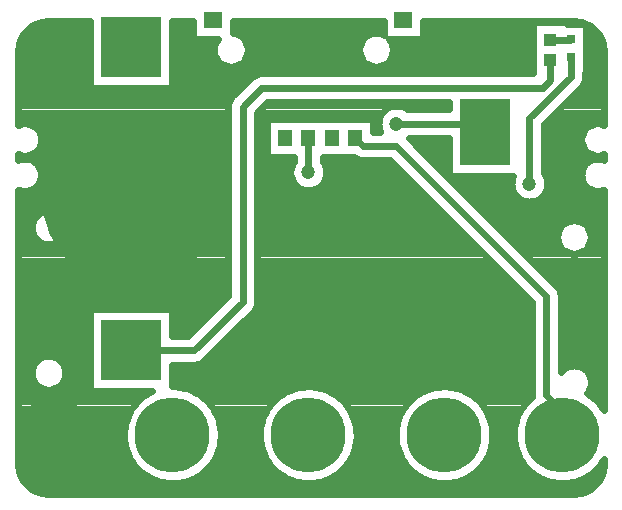
<source format=gbr>
G04 DipTrace 3.3.1.1*
G04 Top.gbr*
%MOIN*%
G04 #@! TF.FileFunction,Copper,L1,Top*
G04 #@! TF.Part,Single*
G04 #@! TA.AperFunction,CopperBalancing*
%ADD14C,0.023622*%
%ADD16R,0.031496X0.031496*%
G04 #@! TA.AperFunction,ComponentPad*
%ADD17C,0.25*%
%ADD19R,0.200787X0.200787*%
%ADD20C,0.590551*%
%ADD24R,0.169291X0.224409*%
%ADD25R,0.03937X0.043307*%
%ADD31R,0.059055X0.055118*%
%ADD32R,0.047244X0.055118*%
G04 #@! TA.AperFunction,ViaPad*
%ADD33C,0.047244*%
%FSLAX26Y26*%
G04*
G70*
G90*
G75*
G01*
G04 Top*
%LPD*%
X2244094Y629923D2*
D14*
Y708466D1*
X2191388Y761172D1*
Y1092421D1*
X1691387Y1592423D1*
X1580807D1*
X1555118Y1618112D1*
X1397638Y1504923D2*
Y1618112D1*
X1691387Y1667423D2*
X1960531D1*
X1988189Y1639765D1*
X2272638Y1889618D2*
Y1823672D1*
X2135138Y1686172D1*
Y1467423D1*
X2203887Y1946852D2*
X2270818D1*
X2272638Y1948673D1*
X2203887Y1879923D2*
Y1811172D1*
X2178887Y1786172D1*
X1241386D1*
X1178887Y1723673D1*
Y1073671D1*
X1016388Y911172D1*
X910138D1*
X907923Y913387D1*
X807081D1*
D33*
X1397638Y1504923D3*
X1691387Y1667423D3*
X2135138Y1467423D3*
X471232Y1985959D2*
D14*
X667925D1*
X946194D2*
X1012449D1*
X1148976D2*
X1646307D1*
X1782835D2*
X2145457D1*
X2327126D2*
X2343717D1*
X449988Y1962469D2*
X667925D1*
X946194D2*
X1012449D1*
X1169215D2*
X1594563D1*
X1782835D2*
X2145457D1*
X2327126D2*
X2364996D1*
X439115Y1938978D2*
X667925D1*
X946194D2*
X1087518D1*
X1192001D2*
X1571776D1*
X1676259D2*
X2145457D1*
X2327126D2*
X2375833D1*
X434988Y1915487D2*
X667925D1*
X946194D2*
X1081383D1*
X1198138D2*
X1565640D1*
X1682395D2*
X2145457D1*
X2327126D2*
X2379996D1*
X433877Y1891996D2*
X667925D1*
X946194D2*
X1085581D1*
X1193940D2*
X1569839D1*
X1678197D2*
X2145457D1*
X2327126D2*
X2381108D1*
X433877Y1868505D2*
X667925D1*
X946194D2*
X1103811D1*
X1175710D2*
X1588067D1*
X1659967D2*
X2145457D1*
X2327126D2*
X2381108D1*
X433877Y1845014D2*
X667925D1*
X946194D2*
X2145457D1*
X2327126D2*
X2381108D1*
X433877Y1821524D2*
X667925D1*
X946194D2*
X1206260D1*
X2323143D2*
X2381108D1*
X433877Y1798033D2*
X667925D1*
X946194D2*
X1182719D1*
X2315786D2*
X2381108D1*
X433877Y1774542D2*
X1159252D1*
X2294005D2*
X2381108D1*
X433877Y1751051D2*
X1136860D1*
X2270537D2*
X2381108D1*
X433877Y1727560D2*
X1128499D1*
X1253291D2*
X1864806D1*
X2247033D2*
X2381108D1*
X433877Y1704070D2*
X1128319D1*
X1229787D2*
X1641535D1*
X2223564D2*
X2381108D1*
X433877Y1680579D2*
X857932D1*
X913719D2*
X1128319D1*
X1229429D2*
X1256534D1*
X1617480D2*
X1630483D1*
X2200060D2*
X2381108D1*
X488062Y1657088D2*
X834033D1*
X937618D2*
X1128319D1*
X1229429D2*
X1256534D1*
X1617480D2*
X1629908D1*
X2185706D2*
X2326923D1*
X505609Y1633597D2*
X827466D1*
X944185D2*
X1128319D1*
X1229429D2*
X1256534D1*
X2185706D2*
X2309340D1*
X509054Y1610106D2*
X831306D1*
X940345D2*
X1128319D1*
X1229429D2*
X1256534D1*
X1744223D2*
X1864806D1*
X2185706D2*
X2305895D1*
X501661Y1586615D2*
X848781D1*
X922870D2*
X1128319D1*
X1229429D2*
X1256534D1*
X1767692D2*
X1864806D1*
X2185706D2*
X2313287D1*
X473026Y1563125D2*
X1128319D1*
X1229429D2*
X1256534D1*
X1791196D2*
X1864806D1*
X2185706D2*
X2341958D1*
X487164Y1539634D2*
X1128319D1*
X1229429D2*
X1346352D1*
X1448932D2*
X1673651D1*
X1814699D2*
X1864806D1*
X2185706D2*
X2327783D1*
X505357Y1516143D2*
X1128319D1*
X1229429D2*
X1336340D1*
X1458944D2*
X1697155D1*
X1838168D2*
X1864806D1*
X2185706D2*
X2309627D1*
X509089Y1492652D2*
X1128319D1*
X1229429D2*
X1336555D1*
X1458728D2*
X1720660D1*
X2191950D2*
X2305858D1*
X502056Y1469161D2*
X1128319D1*
X1229429D2*
X1347105D1*
X1448178D2*
X1744127D1*
X1885176D2*
X2072791D1*
X2197476D2*
X2312928D1*
X474785Y1445671D2*
X1128319D1*
X1229429D2*
X1385824D1*
X1409459D2*
X1767633D1*
X1908644D2*
X2076846D1*
X2193421D2*
X2340164D1*
X433877Y1422180D2*
X1128319D1*
X1229429D2*
X1791100D1*
X1932148D2*
X2093353D1*
X2176915D2*
X2381108D1*
X433877Y1398689D2*
X1128319D1*
X1229429D2*
X1814605D1*
X1955617D2*
X2381108D1*
X433877Y1375198D2*
X515310D1*
X547701D2*
X1128319D1*
X1229429D2*
X1838109D1*
X1979121D2*
X2381108D1*
X433877Y1351707D2*
X482332D1*
X580678D2*
X1128319D1*
X1229429D2*
X1861576D1*
X2002625D2*
X2381108D1*
X433877Y1328217D2*
X473541D1*
X589434D2*
X1128319D1*
X1229429D2*
X1885081D1*
X2026093D2*
X2240693D1*
X2326265D2*
X2381108D1*
X433877Y1304726D2*
X475442D1*
X587533D2*
X1128319D1*
X1229429D2*
X1908585D1*
X2049597D2*
X2227201D1*
X2339757D2*
X2381108D1*
X433877Y1281235D2*
X489474D1*
X573501D2*
X1128319D1*
X1229429D2*
X1932054D1*
X2073102D2*
X2225622D1*
X2341301D2*
X2381108D1*
X433877Y1257744D2*
X1128319D1*
X1229429D2*
X1955558D1*
X2096570D2*
X2234808D1*
X2332114D2*
X2381108D1*
X433877Y1234253D2*
X1128319D1*
X1229429D2*
X1979062D1*
X2120073D2*
X2270836D1*
X2296087D2*
X2381108D1*
X433877Y1210762D2*
X1128319D1*
X1229429D2*
X2002530D1*
X2143542D2*
X2381108D1*
X433877Y1187272D2*
X1128319D1*
X1229429D2*
X2026034D1*
X2167046D2*
X2381108D1*
X433877Y1163781D2*
X1128319D1*
X1229429D2*
X2049503D1*
X2190551D2*
X2381108D1*
X433877Y1140290D2*
X1128319D1*
X1229429D2*
X2073007D1*
X2214018D2*
X2381108D1*
X433877Y1116799D2*
X1128319D1*
X1229429D2*
X2096510D1*
X2235335D2*
X2381108D1*
X433877Y1093308D2*
X1127996D1*
X1229429D2*
X2119979D1*
X2241937D2*
X2381108D1*
X433877Y1069818D2*
X1104528D1*
X1229285D2*
X2140828D1*
X2241937D2*
X2381108D1*
X433877Y1046327D2*
X667925D1*
X946194D2*
X1081024D1*
X1220924D2*
X2140828D1*
X2241937D2*
X2381108D1*
X433877Y1022836D2*
X667925D1*
X946194D2*
X1057555D1*
X1198568D2*
X2140828D1*
X2241937D2*
X2381108D1*
X433877Y999345D2*
X667925D1*
X946194D2*
X1034051D1*
X1175064D2*
X2140828D1*
X2241937D2*
X2381108D1*
X433877Y975854D2*
X667925D1*
X946194D2*
X1010547D1*
X1151596D2*
X2140828D1*
X2241937D2*
X2381108D1*
X433877Y952364D2*
X667925D1*
X1128092D2*
X2140828D1*
X2241937D2*
X2381108D1*
X433877Y928873D2*
X667925D1*
X1104588D2*
X2140828D1*
X2241937D2*
X2381108D1*
X433877Y905382D2*
X667925D1*
X1081119D2*
X2140828D1*
X2241937D2*
X2381108D1*
X433877Y881891D2*
X496076D1*
X566934D2*
X667925D1*
X1057615D2*
X2140828D1*
X2241937D2*
X2381108D1*
X433877Y858400D2*
X477488D1*
X585522D2*
X667925D1*
X946194D2*
X2140828D1*
X2241937D2*
X2263659D1*
X2303262D2*
X2381108D1*
X433877Y834909D2*
X473110D1*
X589900D2*
X667925D1*
X946194D2*
X2140828D1*
X2333333D2*
X2381108D1*
X433877Y811419D2*
X479067D1*
X583944D2*
X667925D1*
X946194D2*
X2140828D1*
X2341551D2*
X2381108D1*
X433877Y787928D2*
X501350D1*
X561660D2*
X667925D1*
X980070D2*
X1362463D1*
X1432820D2*
X1815214D1*
X1885571D2*
X2140828D1*
X2339182D2*
X2381108D1*
X433877Y764437D2*
X853374D1*
X1036408D2*
X1306126D1*
X1489159D2*
X1758877D1*
X1941909D2*
X2140828D1*
X2335594D2*
X2381108D1*
X433877Y740946D2*
X825385D1*
X1064361D2*
X1278172D1*
X1517112D2*
X1730923D1*
X1969864D2*
X2124608D1*
X2363584D2*
X2381108D1*
X433877Y717455D2*
X806941D1*
X1082806D2*
X1259692D1*
X1535592D2*
X1712442D1*
X1988344D2*
X2106163D1*
X433877Y693965D2*
X794381D1*
X1095365D2*
X1247131D1*
X1548115D2*
X1699919D1*
X2000867D2*
X2093604D1*
X433877Y670474D2*
X786307D1*
X1103440D2*
X1239058D1*
X1556190D2*
X1691845D1*
X2008941D2*
X2085530D1*
X433877Y646983D2*
X782037D1*
X1107710D2*
X1234787D1*
X1560461D2*
X1687575D1*
X2013247D2*
X2081260D1*
X433877Y623492D2*
X781283D1*
X1108499D2*
X1234034D1*
X1561249D2*
X1686785D1*
X2014000D2*
X2080470D1*
X433877Y600001D2*
X783938D1*
X1105807D2*
X1236689D1*
X1558594D2*
X1689441D1*
X2011345D2*
X2083161D1*
X433877Y576510D2*
X790255D1*
X1099528D2*
X1243005D1*
X1552278D2*
X1695756D1*
X2005029D2*
X2089441D1*
X433877Y553020D2*
X800661D1*
X1089122D2*
X1253412D1*
X1541873D2*
X1706163D1*
X1994623D2*
X2099848D1*
X434450Y529529D2*
X816163D1*
X1073584D2*
X1268913D1*
X1526335D2*
X1721701D1*
X1979121D2*
X2115386D1*
X437537Y506038D2*
X839093D1*
X1050654D2*
X1291844D1*
X1503404D2*
X1744630D1*
X1956192D2*
X2138315D1*
X2349877D2*
X2377412D1*
X447189Y482547D2*
X876772D1*
X1013010D2*
X1329522D1*
X1465762D2*
X1782273D1*
X1918513D2*
X2175993D1*
X2312198D2*
X2367795D1*
X465921Y459056D2*
X2349028D1*
X507223Y435566D2*
X2307724D1*
X2259949Y2000798D2*
X2321167D1*
X2309260Y2005727D1*
X2280997Y2009448D1*
X1780496Y2009449D1*
X1780472Y1947875D1*
X1668192D1*
X1671818Y1942680D1*
X1675811Y1934841D1*
X1678530Y1926475D1*
X1679906Y1917786D1*
Y1908988D1*
X1678530Y1900299D1*
X1675811Y1891933D1*
X1671818Y1884094D1*
X1666647Y1876978D1*
X1660425Y1870756D1*
X1653308Y1865585D1*
X1645470Y1861592D1*
X1637104Y1858873D1*
X1628415Y1857497D1*
X1619617D1*
X1610928Y1858873D1*
X1602562Y1861592D1*
X1594723Y1865585D1*
X1587606Y1870756D1*
X1581385Y1876978D1*
X1576214Y1884094D1*
X1572220Y1891933D1*
X1569501Y1900299D1*
X1568126Y1908988D1*
Y1917786D1*
X1569501Y1926475D1*
X1572220Y1934841D1*
X1576214Y1942680D1*
X1581385Y1949797D1*
X1587606Y1956018D1*
X1594723Y1961189D1*
X1602562Y1965182D1*
X1610928Y1967902D1*
X1619617Y1969277D1*
X1628415D1*
X1637104Y1967902D1*
X1645470Y1965182D1*
X1648672Y1963707D1*
X1648661Y2009416D1*
X1146638Y2009450D1*
X1146614Y1969066D1*
X1152852Y1967902D1*
X1161218Y1965182D1*
X1169056Y1961189D1*
X1176173Y1956018D1*
X1182395Y1949797D1*
X1187566Y1942680D1*
X1191559Y1934841D1*
X1194278Y1926475D1*
X1195654Y1917786D1*
Y1908988D1*
X1194278Y1900299D1*
X1191559Y1891933D1*
X1187566Y1884094D1*
X1182395Y1876978D1*
X1176173Y1870756D1*
X1169056Y1865585D1*
X1161218Y1861592D1*
X1152852Y1858873D1*
X1144163Y1857497D1*
X1135365D1*
X1126676Y1858873D1*
X1118310Y1861592D1*
X1110471Y1865585D1*
X1103354Y1870756D1*
X1097133Y1876978D1*
X1091962Y1884094D1*
X1087969Y1891933D1*
X1085249Y1900299D1*
X1083874Y1908988D1*
Y1917786D1*
X1085249Y1926475D1*
X1087969Y1934841D1*
X1091962Y1942680D1*
X1095610Y1947866D1*
X1014803Y1947875D1*
Y2009416D1*
X943820Y2009450D1*
X943848Y1784490D1*
X670304D1*
Y2009448D1*
X533976Y2009450D1*
X505698Y2005728D1*
X481657Y1995769D1*
X461013Y1979928D1*
X445176Y1959285D1*
X435218Y1935244D1*
X431499Y1906982D1*
X431497Y1663913D1*
X440127Y1666774D1*
X448512Y1668102D1*
X457000D1*
X465385Y1666774D1*
X473457Y1664151D1*
X481020Y1660298D1*
X487887Y1655308D1*
X493890Y1649306D1*
X498879Y1642438D1*
X502732Y1634875D1*
X505356Y1626803D1*
X506684Y1618419D1*
Y1609930D1*
X505356Y1601546D1*
X502732Y1593474D1*
X498879Y1585911D1*
X493890Y1579043D1*
X487887Y1573041D1*
X481020Y1568051D1*
X473457Y1564198D1*
X465385Y1561575D1*
X457000Y1560247D1*
X448512D1*
X440127Y1561575D1*
X432055Y1564198D1*
X431497Y1564455D1*
Y1545783D1*
X436039Y1547512D1*
X444294Y1549493D1*
X452756Y1550159D1*
X461218Y1549493D1*
X469472Y1547512D1*
X477314Y1544262D1*
X484552Y1539828D1*
X491007Y1534315D1*
X496520Y1527861D1*
X500954Y1520622D1*
X504203Y1512781D1*
X506185Y1504526D1*
X506850Y1496064D1*
X506185Y1487602D1*
X504203Y1479348D1*
X500954Y1471507D1*
X496520Y1464268D1*
X491007Y1457814D1*
X484552Y1452301D1*
X477314Y1447866D1*
X469472Y1444617D1*
X461218Y1442635D1*
X452756Y1441970D1*
X444294Y1442635D1*
X436039Y1444617D1*
X431497Y1446345D1*
X431496Y533991D1*
X435219Y505699D1*
X445177Y481659D1*
X461018Y461016D1*
X481663Y445176D1*
X505703Y435218D1*
X533965Y431499D1*
X2280984Y431497D1*
X2309262Y435220D1*
X2333303Y445178D1*
X2353946Y461020D1*
X2369786Y481663D1*
X2379743Y505703D1*
X2383465Y533965D1*
X2383466Y548593D1*
X2374856Y535348D1*
X2369262Y528062D1*
X2363265Y521105D1*
X2356881Y514501D1*
X2350131Y508272D1*
X2343038Y502436D1*
X2335625Y497013D1*
X2327915Y492021D1*
X2319933Y487475D1*
X2311706Y483391D1*
X2303260Y479782D1*
X2294622Y476659D1*
X2285820Y474033D1*
X2276885Y471911D1*
X2267841Y470302D1*
X2258722Y469209D1*
X2249554Y468636D1*
X2240369Y468588D1*
X2231196Y469060D1*
X2222064Y470055D1*
X2213005Y471568D1*
X2204046Y473593D1*
X2195217Y476125D1*
X2186546Y479155D1*
X2178062Y482673D1*
X2169790Y486668D1*
X2161761Y491127D1*
X2153997Y496037D1*
X2146526Y501379D1*
X2139371Y507139D1*
X2132555Y513295D1*
X2126100Y519831D1*
X2120028Y526722D1*
X2114357Y533948D1*
X2109108Y541484D1*
X2104294Y549308D1*
X2099934Y557392D1*
X2096041Y565711D1*
X2092627Y574239D1*
X2089705Y582946D1*
X2087282Y591806D1*
X2085367Y600790D1*
X2083967Y609867D1*
X2083085Y619010D1*
X2082726Y628188D1*
X2082888Y637371D1*
X2083573Y646531D1*
X2084778Y655636D1*
X2086500Y664660D1*
X2088731Y673570D1*
X2091466Y682339D1*
X2094696Y690937D1*
X2098408Y699337D1*
X2102594Y707514D1*
X2107238Y715438D1*
X2112324Y723087D1*
X2117839Y730433D1*
X2123761Y737453D1*
X2130073Y744125D1*
X2136756Y750427D1*
X2143484Y756084D1*
X2143199Y761172D1*
Y1072467D1*
X1671428Y1544232D1*
X1577026Y1544382D1*
X1569558Y1545564D1*
X1562366Y1547902D1*
X1555629Y1551335D1*
X1550814Y1554175D1*
X1445843D1*
X1445827Y1540638D1*
X1448797Y1536273D1*
X1453071Y1527883D1*
X1455980Y1518929D1*
X1457453Y1509630D1*
Y1500215D1*
X1455980Y1490916D1*
X1453071Y1481962D1*
X1448797Y1473572D1*
X1443262Y1465955D1*
X1436605Y1459298D1*
X1428988Y1453764D1*
X1420598Y1449490D1*
X1411644Y1446580D1*
X1402345Y1445108D1*
X1392930D1*
X1383631Y1446580D1*
X1374677Y1449490D1*
X1366287Y1453764D1*
X1358671Y1459298D1*
X1352013Y1465955D1*
X1346479Y1473572D1*
X1342205Y1481962D1*
X1339295Y1490916D1*
X1337823Y1500215D1*
Y1509630D1*
X1339295Y1518929D1*
X1342205Y1527883D1*
X1346479Y1536273D1*
X1349450Y1540638D1*
X1349449Y1554192D1*
X1258898Y1554175D1*
Y1682049D1*
X1615118D1*
Y1640602D1*
X1637684Y1640612D1*
X1634324Y1648882D1*
X1632126Y1658037D1*
X1631387Y1667423D1*
X1632126Y1676808D1*
X1634324Y1685963D1*
X1637927Y1694661D1*
X1642846Y1702690D1*
X1648961Y1709849D1*
X1656119Y1715963D1*
X1664148Y1720883D1*
X1672846Y1724486D1*
X1682001Y1726684D1*
X1691387Y1727423D1*
X1700773Y1726684D1*
X1709928Y1724486D1*
X1718626Y1720883D1*
X1726655Y1715963D1*
X1727102Y1715610D1*
X1867184Y1715612D1*
X1867165Y1737958D1*
X1261365Y1737983D1*
X1227072Y1703709D1*
X1226928Y1069890D1*
X1225744Y1062421D1*
X1223408Y1055230D1*
X1219975Y1048492D1*
X1215530Y1042374D1*
X1193475Y1020109D1*
X1047685Y874529D1*
X1041567Y870084D1*
X1034829Y866651D1*
X1027638Y864315D1*
X1020169Y863131D1*
X988829Y862983D1*
X943866D1*
X943848Y791325D1*
X956051Y790913D1*
X965192Y790017D1*
X974268Y788602D1*
X983248Y786673D1*
X992104Y784238D1*
X1000807Y781301D1*
X1009329Y777874D1*
X1017642Y773967D1*
X1025719Y769594D1*
X1033534Y764769D1*
X1041063Y759507D1*
X1048280Y753824D1*
X1055161Y747741D1*
X1061686Y741276D1*
X1067832Y734450D1*
X1073580Y727286D1*
X1078911Y719806D1*
X1083807Y712035D1*
X1088255Y703999D1*
X1092236Y695722D1*
X1095741Y687231D1*
X1098757Y678555D1*
X1101276Y669722D1*
X1103286Y660760D1*
X1104783Y651698D1*
X1105764Y642564D1*
X1106260Y629923D1*
X1105999Y620741D1*
X1105215Y611589D1*
X1103912Y602497D1*
X1102094Y593493D1*
X1099768Y584609D1*
X1096938Y575870D1*
X1093617Y567306D1*
X1089814Y558946D1*
X1085541Y550815D1*
X1080812Y542941D1*
X1075643Y535348D1*
X1070050Y528062D1*
X1064052Y521105D1*
X1057668Y514501D1*
X1050919Y508272D1*
X1043825Y502436D1*
X1036412Y497013D1*
X1028702Y492021D1*
X1020720Y487475D1*
X1012493Y483391D1*
X1004047Y479782D1*
X995409Y476659D1*
X986608Y474033D1*
X977672Y471911D1*
X968629Y470302D1*
X959509Y469209D1*
X950341Y468636D1*
X941156Y468588D1*
X931983Y469060D1*
X922852Y470055D1*
X913793Y471568D1*
X904833Y473593D1*
X896004Y476125D1*
X887333Y479155D1*
X878849Y482673D1*
X870577Y486668D1*
X862549Y491127D1*
X854785Y496037D1*
X847314Y501379D1*
X840159Y507139D1*
X833343Y513295D1*
X826887Y519831D1*
X820815Y526722D1*
X815144Y533948D1*
X809895Y541484D1*
X805081Y549308D1*
X800722Y557392D1*
X796828Y565711D1*
X793415Y574239D1*
X790492Y582946D1*
X788070Y591806D1*
X786155Y600790D1*
X784755Y609867D1*
X783873Y619010D1*
X783513Y628188D1*
X783676Y637371D1*
X784361Y646531D1*
X785566Y655636D1*
X787287Y664660D1*
X789518Y673570D1*
X792253Y682339D1*
X795483Y690937D1*
X799196Y699337D1*
X803382Y707514D1*
X808025Y715438D1*
X813112Y723087D1*
X818626Y730433D1*
X824549Y737453D1*
X830861Y744125D1*
X837543Y750427D1*
X844573Y756339D1*
X851928Y761841D1*
X859584Y766916D1*
X867516Y771547D1*
X877768Y776630D1*
X670304Y776615D1*
Y1050159D1*
X943848D1*
Y959336D1*
X996440Y959361D1*
X1130675Y1093608D1*
X1130698Y1723673D1*
X1131291Y1731211D1*
X1133056Y1738564D1*
X1135950Y1745551D1*
X1139902Y1751999D1*
X1144823Y1757759D1*
X1210089Y1822815D1*
X1216207Y1827260D1*
X1222945Y1830693D1*
X1230136Y1833029D1*
X1237605Y1834213D1*
X1268945Y1834361D1*
X2147856D1*
X2147824Y2004883D1*
X2259950D1*
Y2000828D1*
X2324764Y1999327D2*
Y1837491D1*
X2320853D1*
X2320678Y1819891D1*
X2319495Y1812423D1*
X2317159Y1805231D1*
X2313726Y1798493D1*
X2309281Y1792375D1*
X2287226Y1770110D1*
X2183319Y1666203D1*
X2183327Y1503198D1*
X2188598Y1494661D1*
X2192201Y1485963D1*
X2194399Y1476808D1*
X2195138Y1467423D1*
X2194399Y1458037D1*
X2192201Y1448882D1*
X2188598Y1440184D1*
X2183678Y1432155D1*
X2177564Y1424996D1*
X2170406Y1418882D1*
X2162377Y1413962D1*
X2153678Y1410360D1*
X2144524Y1408161D1*
X2135138Y1407423D1*
X2125752Y1408161D1*
X2116597Y1410360D1*
X2107899Y1413962D1*
X2099870Y1418882D1*
X2092711Y1424996D1*
X2086597Y1432155D1*
X2081677Y1440184D1*
X2078075Y1448882D1*
X2075877Y1458037D1*
X2075138Y1467423D1*
X2075877Y1476808D1*
X2078075Y1485963D1*
X2080067Y1491169D1*
X1867165Y1491182D1*
Y1619253D1*
X1732703Y1619234D1*
X2228031Y1123718D1*
X2232476Y1117600D1*
X2235909Y1110862D1*
X2238247Y1103671D1*
X2239429Y1096202D1*
X2239577Y1064862D1*
Y839976D1*
X2243822Y844762D1*
X2250512Y850475D1*
X2258013Y855072D1*
X2266140Y858438D1*
X2274694Y860492D1*
X2283465Y861182D1*
X2292235Y860492D1*
X2300789Y858438D1*
X2308916Y855072D1*
X2316417Y850475D1*
X2323108Y844762D1*
X2328820Y838072D1*
X2333417Y830571D1*
X2336783Y822444D1*
X2338837Y813890D1*
X2339528Y805119D1*
X2338837Y796349D1*
X2336783Y787795D1*
X2333417Y779668D1*
X2328820Y772167D1*
X2326213Y768858D1*
X2340276Y759507D1*
X2347492Y753824D1*
X2354374Y747741D1*
X2360899Y741276D1*
X2367045Y734450D1*
X2372793Y727286D1*
X2378123Y719806D1*
X2383454Y711251D1*
X2383465Y1446344D1*
X2378921Y1444617D1*
X2370667Y1442635D1*
X2362205Y1441970D1*
X2353743Y1442635D1*
X2345488Y1444617D1*
X2337647Y1447866D1*
X2330408Y1452301D1*
X2323954Y1457814D1*
X2318441Y1464268D1*
X2314007Y1471507D1*
X2310757Y1479348D1*
X2308776Y1487602D1*
X2308110Y1496064D1*
X2308776Y1504526D1*
X2310757Y1512781D1*
X2314007Y1520622D1*
X2318441Y1527861D1*
X2323954Y1534315D1*
X2330408Y1539828D1*
X2337647Y1544262D1*
X2345488Y1547512D1*
X2353743Y1549493D1*
X2362205Y1550159D1*
X2370667Y1549493D1*
X2378921Y1547512D1*
X2383463Y1545783D1*
X2383465Y1564403D1*
X2374833Y1561575D1*
X2366449Y1560247D1*
X2357961D1*
X2349576Y1561575D1*
X2341504Y1564198D1*
X2333941Y1568051D1*
X2327073Y1573041D1*
X2321071Y1579043D1*
X2316081Y1585911D1*
X2312228Y1593474D1*
X2309605Y1601546D1*
X2308277Y1609930D1*
Y1618419D1*
X2309605Y1626803D1*
X2312228Y1634875D1*
X2316081Y1642438D1*
X2321071Y1649306D1*
X2327073Y1655308D1*
X2333941Y1660298D1*
X2341504Y1664151D1*
X2349576Y1666774D1*
X2357961Y1668102D1*
X2366449D1*
X2374833Y1666774D1*
X2382906Y1664151D1*
X2383463Y1663894D1*
X2383465Y1906957D1*
X2379743Y1935248D1*
X2369785Y1959289D1*
X2353944Y1979930D1*
X2333301Y1995772D1*
X1558755Y620741D2*
X1557971Y611589D1*
X1556668Y602497D1*
X1554850Y593493D1*
X1552524Y584609D1*
X1549694Y575870D1*
X1546373Y567306D1*
X1542570Y558946D1*
X1538297Y550815D1*
X1533568Y542941D1*
X1528399Y535348D1*
X1522806Y528062D1*
X1516808Y521105D1*
X1510424Y514501D1*
X1503675Y508272D1*
X1496581Y502436D1*
X1489168Y497013D1*
X1481458Y492021D1*
X1473476Y487475D1*
X1465249Y483391D1*
X1456803Y479782D1*
X1448165Y476659D1*
X1439364Y474033D1*
X1430428Y471911D1*
X1421385Y470302D1*
X1412265Y469209D1*
X1403097Y468636D1*
X1393912Y468588D1*
X1384739Y469060D1*
X1375608Y470055D1*
X1366549Y471568D1*
X1357589Y473593D1*
X1348760Y476125D1*
X1340089Y479155D1*
X1331605Y482673D1*
X1323333Y486668D1*
X1315304Y491127D1*
X1307541Y496037D1*
X1300070Y501379D1*
X1292915Y507139D1*
X1286098Y513295D1*
X1279643Y519831D1*
X1273571Y526722D1*
X1267900Y533948D1*
X1262651Y541484D1*
X1257837Y549308D1*
X1253478Y557392D1*
X1249584Y565711D1*
X1246171Y574239D1*
X1243248Y582946D1*
X1240825Y591806D1*
X1238911Y600790D1*
X1237510Y609867D1*
X1236629Y619010D1*
X1236269Y628188D1*
X1236432Y637371D1*
X1237117Y646531D1*
X1238322Y655636D1*
X1240043Y664660D1*
X1242274Y673570D1*
X1245009Y682339D1*
X1248239Y690937D1*
X1251951Y699337D1*
X1256138Y707514D1*
X1260781Y715438D1*
X1265867Y723087D1*
X1271382Y730433D1*
X1277304Y737453D1*
X1283617Y744125D1*
X1290299Y750427D1*
X1297329Y756339D1*
X1304684Y761841D1*
X1312340Y766916D1*
X1320272Y771547D1*
X1328455Y775719D1*
X1336862Y779419D1*
X1345466Y782634D1*
X1354239Y785356D1*
X1363152Y787572D1*
X1372177Y789280D1*
X1381285Y790470D1*
X1390445Y791140D1*
X1399629Y791289D1*
X1408807Y790913D1*
X1417948Y790017D1*
X1427024Y788602D1*
X1436004Y786673D1*
X1444860Y784238D1*
X1453563Y781301D1*
X1462085Y777874D1*
X1470398Y773967D1*
X1478475Y769594D1*
X1486290Y764769D1*
X1493819Y759507D1*
X1501035Y753824D1*
X1507917Y747741D1*
X1514442Y741276D1*
X1520588Y734450D1*
X1526336Y727286D1*
X1531667Y719806D1*
X1536563Y712035D1*
X1541010Y703999D1*
X1544992Y695722D1*
X1548497Y687231D1*
X1551513Y678555D1*
X1554031Y669722D1*
X1556042Y660760D1*
X1557539Y651698D1*
X1558520Y642564D1*
X1559016Y629923D1*
X1558755Y620741D1*
X2011510D2*
X2010727Y611589D1*
X2009424Y602497D1*
X2007606Y593493D1*
X2005280Y584609D1*
X2002450Y575870D1*
X1999129Y567306D1*
X1995325Y558946D1*
X1991052Y550815D1*
X1986324Y542941D1*
X1981155Y535348D1*
X1975562Y528062D1*
X1969564Y521105D1*
X1963180Y514501D1*
X1956430Y508272D1*
X1949337Y502436D1*
X1941924Y497013D1*
X1934214Y492021D1*
X1926232Y487475D1*
X1918005Y483391D1*
X1909559Y479782D1*
X1900921Y476659D1*
X1892119Y474033D1*
X1883184Y471911D1*
X1874140Y470302D1*
X1865021Y469209D1*
X1855853Y468636D1*
X1846668Y468588D1*
X1837495Y469060D1*
X1828364Y470055D1*
X1819304Y471568D1*
X1810345Y473593D1*
X1801516Y476125D1*
X1792845Y479155D1*
X1784361Y482673D1*
X1776089Y486668D1*
X1768060Y491127D1*
X1760297Y496037D1*
X1752825Y501379D1*
X1745671Y507139D1*
X1738854Y513295D1*
X1732399Y519831D1*
X1726327Y526722D1*
X1720656Y533948D1*
X1715407Y541484D1*
X1710593Y549308D1*
X1706234Y557392D1*
X1702340Y565711D1*
X1698927Y574239D1*
X1696004Y582946D1*
X1693581Y591806D1*
X1691667Y600790D1*
X1690266Y609867D1*
X1689385Y619010D1*
X1689025Y628188D1*
X1689188Y637371D1*
X1689873Y646531D1*
X1691077Y655636D1*
X1692799Y664660D1*
X1695030Y673570D1*
X1697765Y682339D1*
X1700995Y690937D1*
X1704707Y699337D1*
X1708894Y707514D1*
X1713537Y715438D1*
X1718623Y723087D1*
X1724138Y730433D1*
X1730060Y737453D1*
X1736373Y744125D1*
X1743055Y750427D1*
X1750085Y756339D1*
X1757440Y761841D1*
X1765096Y766916D1*
X1773028Y771547D1*
X1781211Y775719D1*
X1789618Y779419D1*
X1798222Y782634D1*
X1806995Y785356D1*
X1815908Y787572D1*
X1824933Y789280D1*
X1834041Y790470D1*
X1843201Y791140D1*
X1852385Y791289D1*
X1861563Y790913D1*
X1870703Y790017D1*
X1879780Y788602D1*
X1888760Y786673D1*
X1897615Y784238D1*
X1906319Y781301D1*
X1914841Y777874D1*
X1923154Y773967D1*
X1931231Y769594D1*
X1939046Y764769D1*
X1946575Y759507D1*
X1953791Y753824D1*
X1960673Y747741D1*
X1967198Y741276D1*
X1973344Y734450D1*
X1979092Y727286D1*
X1984423Y719806D1*
X1989319Y712035D1*
X1993766Y703999D1*
X1997748Y695722D1*
X2001253Y687231D1*
X2004269Y678555D1*
X2006787Y669722D1*
X2008798Y660760D1*
X2010295Y651698D1*
X2011276Y642564D1*
X2011772Y629923D1*
X2011510Y620741D1*
X941717Y1626262D2*
X940341Y1617573D1*
X937622Y1609207D1*
X933629Y1601369D1*
X928458Y1594252D1*
X922236Y1588030D1*
X915119Y1582860D1*
X907281Y1578866D1*
X898915Y1576147D1*
X890226Y1574772D1*
X881428D1*
X872739Y1576147D1*
X864373Y1578866D1*
X856534Y1582860D1*
X849417Y1588030D1*
X843196Y1594252D1*
X838025Y1601369D1*
X834031Y1609207D1*
X831312Y1617573D1*
X829937Y1626262D1*
Y1635060D1*
X831312Y1643749D1*
X834031Y1652115D1*
X838025Y1659954D1*
X843196Y1667071D1*
X849417Y1673293D1*
X856534Y1678463D1*
X864373Y1682457D1*
X872739Y1685176D1*
X881428Y1686551D1*
X890226D1*
X898915Y1685176D1*
X907281Y1682457D1*
X915119Y1678463D1*
X922236Y1673293D1*
X928458Y1667071D1*
X933629Y1659954D1*
X937622Y1652115D1*
X940341Y1643749D1*
X941717Y1635060D1*
Y1626262D1*
X2339354Y1284972D2*
X2337979Y1276283D1*
X2335260Y1267917D1*
X2331266Y1260079D1*
X2326096Y1252962D1*
X2319874Y1246740D1*
X2312757Y1241570D1*
X2304919Y1237576D1*
X2296552Y1234857D1*
X2287864Y1233482D1*
X2279066D1*
X2270377Y1234857D1*
X2262010Y1237576D1*
X2254172Y1241570D1*
X2247055Y1246740D1*
X2240833Y1252962D1*
X2235663Y1260079D1*
X2231669Y1267917D1*
X2228950Y1276283D1*
X2227575Y1284972D1*
Y1293770D1*
X2228950Y1302459D1*
X2231669Y1310825D1*
X2235663Y1318664D1*
X2240833Y1325781D1*
X2247055Y1332003D1*
X2254172Y1337173D1*
X2262010Y1341167D1*
X2270377Y1343886D1*
X2279066Y1345261D1*
X2287864D1*
X2296552Y1343886D1*
X2304919Y1341167D1*
X2312757Y1337173D1*
X2319874Y1332003D1*
X2326096Y1325781D1*
X2331266Y1318664D1*
X2335260Y1310825D1*
X2337979Y1302459D1*
X2339354Y1293770D1*
Y1284972D1*
X587386Y1316469D2*
X586010Y1307780D1*
X583291Y1299413D1*
X579298Y1291575D1*
X574127Y1284458D1*
X567906Y1278236D1*
X560789Y1273066D1*
X552950Y1269072D1*
X544584Y1266353D1*
X535895Y1264978D1*
X527097D1*
X518408Y1266353D1*
X510042Y1269072D1*
X502203Y1273066D1*
X495087Y1278236D1*
X488865Y1284458D1*
X483694Y1291575D1*
X479701Y1299413D1*
X476982Y1307780D1*
X475606Y1316469D1*
Y1325266D1*
X476982Y1333955D1*
X479701Y1342322D1*
X483694Y1350160D1*
X488865Y1357277D1*
X495087Y1363499D1*
X502203Y1368669D1*
X510042Y1372663D1*
X518408Y1375382D1*
X527097Y1376757D1*
X535895D1*
X544584Y1375382D1*
X552950Y1372663D1*
X560789Y1368669D1*
X567906Y1363499D1*
X574127Y1357277D1*
X579298Y1350160D1*
X583291Y1342322D1*
X586010Y1333955D1*
X587386Y1325266D1*
Y1316469D1*
Y832217D2*
X586010Y823528D1*
X583291Y815161D1*
X579298Y807323D1*
X574127Y800206D1*
X567906Y793984D1*
X560789Y788814D1*
X552950Y784820D1*
X544584Y782101D1*
X535895Y780726D1*
X527097D1*
X518408Y782101D1*
X510042Y784820D1*
X502203Y788814D1*
X495087Y793984D1*
X488865Y800206D1*
X483694Y807323D1*
X479701Y815161D1*
X476982Y823528D1*
X475606Y832217D1*
Y841014D1*
X476982Y849703D1*
X479701Y858070D1*
X483694Y865908D1*
X488865Y873025D1*
X495087Y879247D1*
X502203Y884417D1*
X510042Y888411D1*
X518408Y891130D1*
X527097Y892505D1*
X535895D1*
X544584Y891130D1*
X552950Y888411D1*
X560789Y884417D1*
X567906Y879247D1*
X574127Y873025D1*
X579298Y865908D1*
X583291Y858070D1*
X586010Y849703D1*
X587386Y841014D1*
Y832217D1*
D16*
X2272638Y1948672D3*
Y1889617D3*
D17*
X551181Y629923D3*
X944882D3*
X1397638D3*
X1850394D3*
X2244094D3*
D19*
X807071Y913387D3*
D20*
Y1417324D3*
D19*
Y1921261D3*
D24*
X1988189Y1037403D3*
Y1639765D3*
D25*
X2203887Y1879923D3*
Y1946852D3*
D31*
X1714567Y2011812D3*
X1080709D3*
D32*
X1397638Y1618112D3*
X1476378D3*
X1318898D3*
X1240157D3*
X1555118D3*
M02*

</source>
